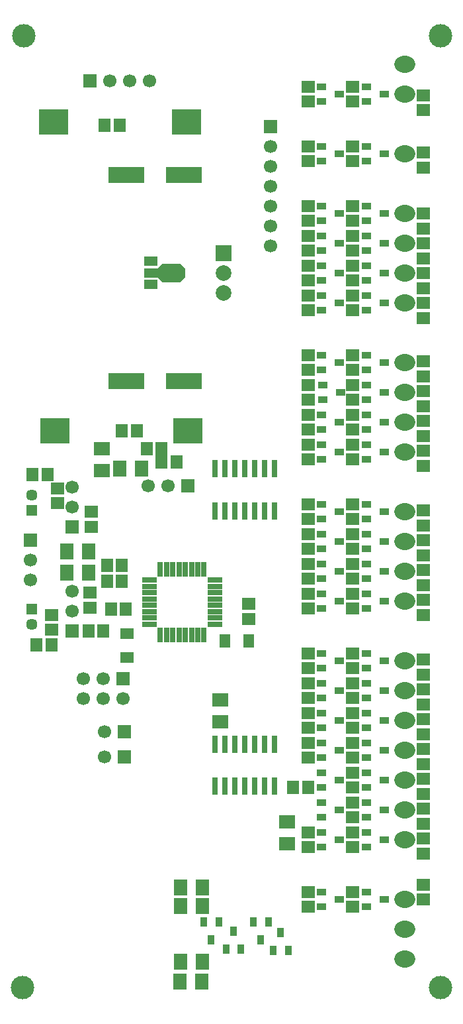
<source format=gbr>
G04 DipTrace 3.3.1.3*
G04 BottomMask.gbr*
%MOIN*%
G04 #@! TF.FileFunction,Soldermask,Bot*
G04 #@! TF.Part,Single*
%AMOUTLINE1*
4,1,10,
-0.104331,0.023622,
-0.035095,0.023622,
-0.011473,0.047244,
0.078402,0.047244,
0.104331,0.021316,
0.104331,-0.021316,
0.078402,-0.047244,
-0.011473,-0.047244,
-0.035095,-0.023622,
-0.104331,-0.023622,
-0.104331,0.023622,
0*%
%AMOUTLINE4*
4,1,20,
0.0,0.043339,
0.016215,0.041284,
0.030941,0.035282,
0.042783,0.025807,
0.050522,0.013657,
0.053226,0.0,
0.050522,-0.013657,
0.042783,-0.025807,
0.030941,-0.035282,
0.016215,-0.041284,
0.0,-0.043339,
-0.016215,-0.041284,
-0.030941,-0.035282,
-0.042783,-0.025807,
-0.050522,-0.013657,
-0.053226,0.0,
-0.050522,0.013657,
-0.042783,0.025807,
-0.030941,0.035282,
-0.016215,0.041284,
0.0,0.043339,
0*%
%ADD44C,0.11811*%
%ADD51C,0.057087*%
%ADD53R,0.057087X0.057087*%
%ADD55C,0.07874*%
%ADD57R,0.07874X0.07874*%
%ADD59R,0.066929X0.047244*%
%ADD61R,0.145669X0.125984*%
%ADD63R,0.031496X0.086614*%
%ADD65R,0.027559X0.074803*%
%ADD67R,0.074803X0.027559*%
%ADD69R,0.07874X0.070866*%
%ADD71R,0.049213X0.033465*%
%ADD73R,0.033465X0.049213*%
%ADD75R,0.070866X0.055118*%
%ADD77R,0.055118X0.070866*%
%ADD79C,0.066929*%
%ADD81R,0.066929X0.066929*%
%ADD83R,0.070866X0.07874*%
%ADD85R,0.181102X0.07874*%
%ADD87R,0.059055X0.066929*%
%ADD89R,0.066929X0.059055*%
%ADD95OUTLINE1*%
%ADD98OUTLINE4*%
%FSLAX26Y26*%
G04*
G70*
G90*
G75*
G01*
G04 BotMask*
%LPD*%
D89*
X1637451Y2356201D3*
Y2431004D3*
D87*
X831201Y2293701D3*
X906005D3*
D85*
X1312449Y4587450D3*
X1021110D3*
D87*
X912451Y4837451D3*
X987255D3*
X999953Y3299950D3*
X1074756D3*
D85*
X1312449Y3549951D3*
X1021110D3*
D89*
X643701Y2374950D3*
Y2300147D3*
X674951Y3012450D3*
Y2937647D3*
D87*
X1274951Y3143701D3*
X1200148D3*
X624951Y3081201D3*
X550148D3*
X643702Y2224950D3*
X568899D3*
D83*
X831202Y2587450D3*
X720966D3*
X831202Y2693701D3*
X720966D3*
D81*
X1749951Y4831201D3*
D79*
Y4731201D3*
Y4631201D3*
Y4531201D3*
Y4431201D3*
Y4331201D3*
Y4231201D3*
D81*
X1006202Y2056201D3*
D79*
Y1956201D3*
X906202Y2056201D3*
Y1956201D3*
X806202Y2056201D3*
Y1956201D3*
D81*
X837450Y5062450D3*
D79*
X937450D3*
X1037450D3*
X1137450D3*
D81*
X537451Y2749951D3*
D79*
Y2649951D3*
Y2549951D3*
D81*
X1012451Y1787450D3*
D79*
X912451D3*
D81*
X1012451Y1662450D3*
D79*
X912451D3*
D77*
X1637451Y2243701D3*
X1519341D3*
D75*
X1024951Y2281201D3*
Y2163091D3*
D73*
X1599953Y693702D3*
X1525150D3*
X1562551Y784253D3*
X1662453Y831201D3*
X1737256D3*
X1699854Y740650D3*
X1412453Y831201D3*
X1487256D3*
X1449854Y740650D3*
X1837451Y687450D3*
X1762648D3*
X1800050Y778001D3*
D71*
X2231201Y907235D3*
Y982038D3*
X2321752Y944636D3*
X2006201Y907235D3*
Y982038D3*
X2096752Y944636D3*
X2231201Y1357234D3*
Y1432037D3*
X2321752Y1394635D3*
X2006201Y1357234D3*
Y1432037D3*
X2096752Y1394635D3*
X2231201Y1207235D3*
Y1282038D3*
X2321752Y1244636D3*
X2006201Y1207235D3*
Y1282038D3*
X2096752Y1244636D3*
X2231201Y1507235D3*
Y1582038D3*
X2321752Y1544636D3*
X2006201Y1507235D3*
Y1582038D3*
X2096752Y1544636D3*
X2231201Y1657234D3*
Y1732037D3*
X2321752Y1694635D3*
X2006201Y1657234D3*
Y1732037D3*
X2096752Y1694635D3*
X2231201Y1807235D3*
Y1882038D3*
X2321752Y1844636D3*
X2006201Y1807235D3*
Y1882038D3*
X2096752Y1844636D3*
X2231201Y1957234D3*
Y2032037D3*
X2321752Y1994635D3*
X2006201Y1957234D3*
Y2032037D3*
X2096752Y1994635D3*
X2231201Y2107235D3*
Y2182038D3*
X2321752Y2144636D3*
X2006201Y2107235D3*
Y2182038D3*
X2096752Y2144636D3*
X2231201Y2407235D3*
Y2482038D3*
X2321752Y2444636D3*
X2006201Y2407235D3*
Y2482038D3*
X2096752Y2444636D3*
X2231201Y2557235D3*
Y2632038D3*
X2321752Y2594636D3*
X2006201Y2557235D3*
Y2632038D3*
X2096752Y2594636D3*
X2231201Y2707235D3*
Y2782038D3*
X2321752Y2744636D3*
X2006201Y2707235D3*
Y2782038D3*
X2096752Y2744636D3*
X2231201Y2857235D3*
Y2932038D3*
X2321752Y2894636D3*
X2006201Y2857235D3*
Y2932038D3*
X2096752Y2894636D3*
X2231201Y3157235D3*
Y3232038D3*
X2321752Y3194636D3*
X2006201Y3157235D3*
Y3232038D3*
X2096752Y3194636D3*
X2231201Y3307235D3*
Y3382038D3*
X2321752Y3344636D3*
X2006201Y3307235D3*
Y3382038D3*
X2096752Y3344636D3*
X2231201Y3457235D3*
Y3532038D3*
X2321752Y3494636D3*
X2012451Y3457235D3*
Y3532038D3*
X2103003Y3494636D3*
X2231201Y3607235D3*
Y3682038D3*
X2321752Y3644636D3*
X2006201Y3607235D3*
Y3682038D3*
X2096752Y3644636D3*
X2231201Y4957235D3*
Y5032038D3*
X2321752Y4994636D3*
X2006201Y4957235D3*
Y5032038D3*
X2096752Y4994636D3*
X2231201Y4657235D3*
Y4732038D3*
X2321752Y4694636D3*
X2006201Y4657235D3*
Y4732038D3*
X2096752Y4694636D3*
X2231201Y4357235D3*
Y4432038D3*
X2321752Y4394636D3*
X2006201Y4357235D3*
Y4432038D3*
X2096752Y4394636D3*
X2231201Y4207235D3*
Y4282038D3*
X2321752Y4244636D3*
X2006201Y4207235D3*
Y4282038D3*
X2096752Y4244636D3*
X2231201Y4057235D3*
Y4132038D3*
X2321752Y4094636D3*
X2006201Y4057235D3*
Y4132038D3*
X2096752Y4094636D3*
X2231201Y3907235D3*
Y3982038D3*
X2321752Y3944636D3*
X2006201Y3907235D3*
Y3982038D3*
X2096752Y3944636D3*
D83*
X1406202Y1006201D3*
X1295966D3*
X1292668Y531201D3*
X1402904D3*
X1294735Y912451D3*
X1404971D3*
X1406202Y631201D3*
X1295966D3*
D89*
X2162451Y982235D3*
Y907432D3*
X2518702Y1019735D3*
Y944932D3*
X1937451Y982235D3*
Y907432D3*
X2162451Y1432235D3*
Y1357432D3*
X2518702Y1325986D3*
Y1400789D3*
D69*
X1831202Y1224950D3*
Y1335186D3*
D89*
X2162451Y1282235D3*
Y1207432D3*
X2518701Y1175986D3*
Y1250789D3*
X1937451Y1282235D3*
Y1207432D3*
X2162451Y1582235D3*
Y1507432D3*
X2518702Y1475986D3*
Y1550789D3*
D87*
X1862451Y1507235D3*
X1937255D3*
D89*
X2162451Y1732235D3*
Y1657432D3*
X2518701Y1625986D3*
Y1700789D3*
X1937451Y1732235D3*
Y1657432D3*
X2162451Y1882235D3*
Y1807432D3*
X2518702Y1775986D3*
Y1850789D3*
X1937451Y1882235D3*
Y1807432D3*
X2162451Y2032235D3*
Y1957432D3*
X2518702Y1925986D3*
Y2000789D3*
X1937451Y2032235D3*
Y1957432D3*
X2162451Y2182235D3*
Y2107432D3*
X2518701Y2075986D3*
Y2150789D3*
X1937451Y2182235D3*
Y2107432D3*
X2162451Y2482234D3*
Y2407430D3*
X2518702Y2375986D3*
Y2450789D3*
X1937451Y2482234D3*
Y2407430D3*
X2162451Y2632235D3*
Y2557432D3*
X2518702Y2525986D3*
Y2600789D3*
X1937451Y2632235D3*
Y2557432D3*
X2162451Y2782234D3*
Y2707430D3*
X2518702Y2675986D3*
Y2750789D3*
X1937451Y2782234D3*
Y2707430D3*
X2162451Y2932235D3*
Y2857432D3*
X2518702Y2825986D3*
Y2900789D3*
X1937451Y2932235D3*
Y2857432D3*
X2162451Y3232235D3*
Y3157432D3*
X2518701Y3125986D3*
Y3200789D3*
X1937451Y3232235D3*
Y3157432D3*
X2162451Y3382234D3*
Y3307430D3*
X2518701Y3275986D3*
Y3350789D3*
X1937451Y3382234D3*
Y3307430D3*
X2162451Y3532235D3*
Y3457432D3*
X2518701Y3425986D3*
Y3500789D3*
X1937451Y3532235D3*
Y3457432D3*
X2162451Y3682038D3*
Y3607235D3*
X2518702Y3575986D3*
Y3650789D3*
X1937451Y3682234D3*
Y3607430D3*
X2162451Y5032235D3*
Y4957432D3*
X2518701Y4913486D3*
Y4988289D3*
X1937451Y5032235D3*
Y4957432D3*
X2162451Y4732235D3*
Y4657432D3*
X2518702Y4625986D3*
Y4700789D3*
X1937451Y4732235D3*
Y4657432D3*
X2162451Y4432235D3*
Y4357432D3*
X2518702Y4319735D3*
Y4394538D3*
X1937451Y4432235D3*
Y4357432D3*
X2162451Y4282235D3*
Y4207432D3*
X2518701Y4169735D3*
Y4244538D3*
X1937451Y4282235D3*
Y4207432D3*
X2162451Y4132235D3*
Y4057432D3*
X2518702Y4019735D3*
Y4094538D3*
X1937451Y4132235D3*
Y4057432D3*
X2162451Y3982235D3*
Y3907432D3*
X2518701Y3869735D3*
Y3944538D3*
X1937451Y3982235D3*
Y3907432D3*
X843701Y2893701D3*
Y2818898D3*
D81*
X1331202Y3024950D3*
D79*
X1231202D3*
X1131202D3*
D81*
X749951Y2293701D3*
D79*
Y2393701D3*
Y2493701D3*
D81*
Y2818701D3*
D79*
Y2918701D3*
Y3018701D3*
D89*
X837451Y2412451D3*
Y2487255D3*
D87*
X1124951Y3212450D3*
X1199755D3*
D69*
X1493701Y1837450D3*
Y1947686D3*
D83*
X1099951Y3112451D3*
X989715D3*
D69*
X899951Y3212451D3*
Y3102215D3*
D67*
X1468701Y2549951D3*
Y2518455D3*
Y2486959D3*
Y2455463D3*
Y2423967D3*
Y2392471D3*
Y2360975D3*
Y2329479D3*
D65*
X1413583Y2274361D3*
X1382087D3*
X1350591D3*
X1319094D3*
X1287598D3*
X1256102D3*
X1224606D3*
X1193110D3*
D67*
X1137992Y2329479D3*
Y2360975D3*
Y2392471D3*
Y2423967D3*
Y2455463D3*
Y2486959D3*
Y2518455D3*
Y2549951D3*
D65*
X1193110Y2605070D3*
X1224606D3*
X1256102D3*
X1287598D3*
X1319094D3*
X1350591D3*
X1382087D3*
X1413583D3*
D63*
X1468701Y1725984D3*
X1518701D3*
X1568701D3*
X1618701D3*
X1668701D3*
X1718701D3*
X1768701D3*
Y1513386D3*
X1718701D3*
X1668701D3*
X1618701D3*
X1568701D3*
X1518701D3*
X1468701D3*
Y3112450D3*
X1518701D3*
X1568701D3*
X1618701D3*
X1668701D3*
X1718701D3*
X1768701D3*
Y2899852D3*
X1718701D3*
X1668701D3*
X1618701D3*
X1568701D3*
X1518701D3*
X1468701D3*
D61*
X1331202Y3299951D3*
X1324942Y4856211D3*
X662462Y3299951D3*
X656202Y4856211D3*
D59*
X1143702Y4037451D3*
D95*
X1214568Y4096507D3*
D59*
X1143702Y4155562D3*
D57*
X1512453Y4193699D3*
D55*
Y3993699D3*
Y4093699D3*
D98*
X2424951Y644735D3*
Y794735D3*
Y944735D3*
Y1244735D3*
Y1394735D3*
Y1544735D3*
Y1694735D3*
Y1844735D3*
Y1994735D3*
Y2144735D3*
Y2594735D3*
Y2444735D3*
Y2744735D3*
Y2894735D3*
Y3194735D3*
Y3344735D3*
Y3494735D3*
Y3644735D3*
Y3944735D3*
Y4094735D3*
Y4244735D3*
Y4394735D3*
Y4694735D3*
Y4994735D3*
Y5144735D3*
D87*
X924951Y2624951D3*
X999755D3*
X924951Y2543701D3*
X999755D3*
D53*
X543702Y2899950D3*
D51*
Y2978690D3*
D53*
X543701Y2406201D3*
D51*
Y2327461D3*
D87*
X1018701Y2406201D3*
X943898D3*
D44*
X506202Y5287450D3*
X499951Y499950D3*
X2606202Y5287450D3*
Y499951D3*
M02*

</source>
